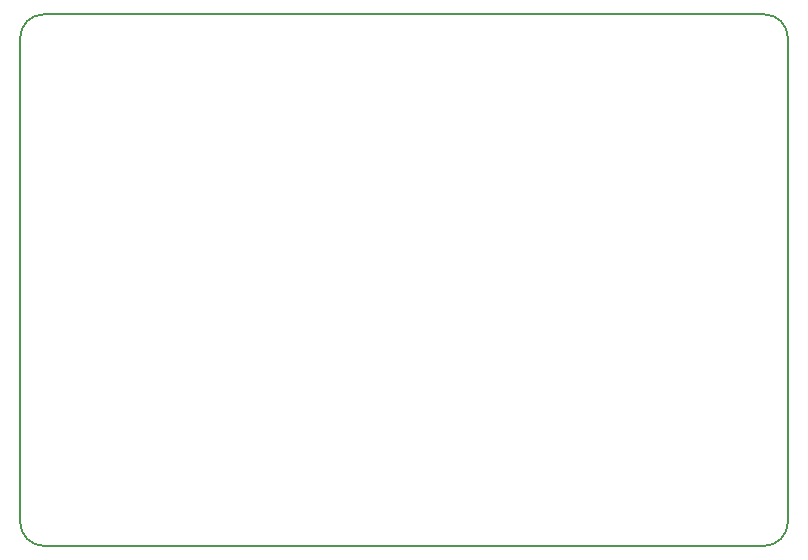
<source format=gbr>
%TF.GenerationSoftware,KiCad,Pcbnew,(5.1.10)-1*%
%TF.CreationDate,2021-07-06T17:58:10+02:00*%
%TF.ProjectId,StopWatch,53746f70-5761-4746-9368-2e6b69636164,rev?*%
%TF.SameCoordinates,Original*%
%TF.FileFunction,Profile,NP*%
%FSLAX46Y46*%
G04 Gerber Fmt 4.6, Leading zero omitted, Abs format (unit mm)*
G04 Created by KiCad (PCBNEW (5.1.10)-1) date 2021-07-06 17:58:10*
%MOMM*%
%LPD*%
G01*
G04 APERTURE LIST*
%TA.AperFunction,Profile*%
%ADD10C,0.150000*%
%TD*%
G04 APERTURE END LIST*
D10*
X89000000Y-31000000D02*
G75*
G02*
X91000000Y-33000000I0J-2000000D01*
G01*
X91000000Y-74000000D02*
G75*
G02*
X89000000Y-76000000I-2000000J0D01*
G01*
X28000000Y-76000000D02*
G75*
G02*
X26000000Y-74000000I0J2000000D01*
G01*
X26000000Y-33000000D02*
G75*
G02*
X28000000Y-31000000I2000000J0D01*
G01*
X89000000Y-76000000D02*
X28000000Y-76000000D01*
X91000000Y-33000000D02*
X91000000Y-74000000D01*
X28000000Y-31000000D02*
X89000000Y-31000000D01*
X26000000Y-74000000D02*
X26000000Y-33000000D01*
M02*

</source>
